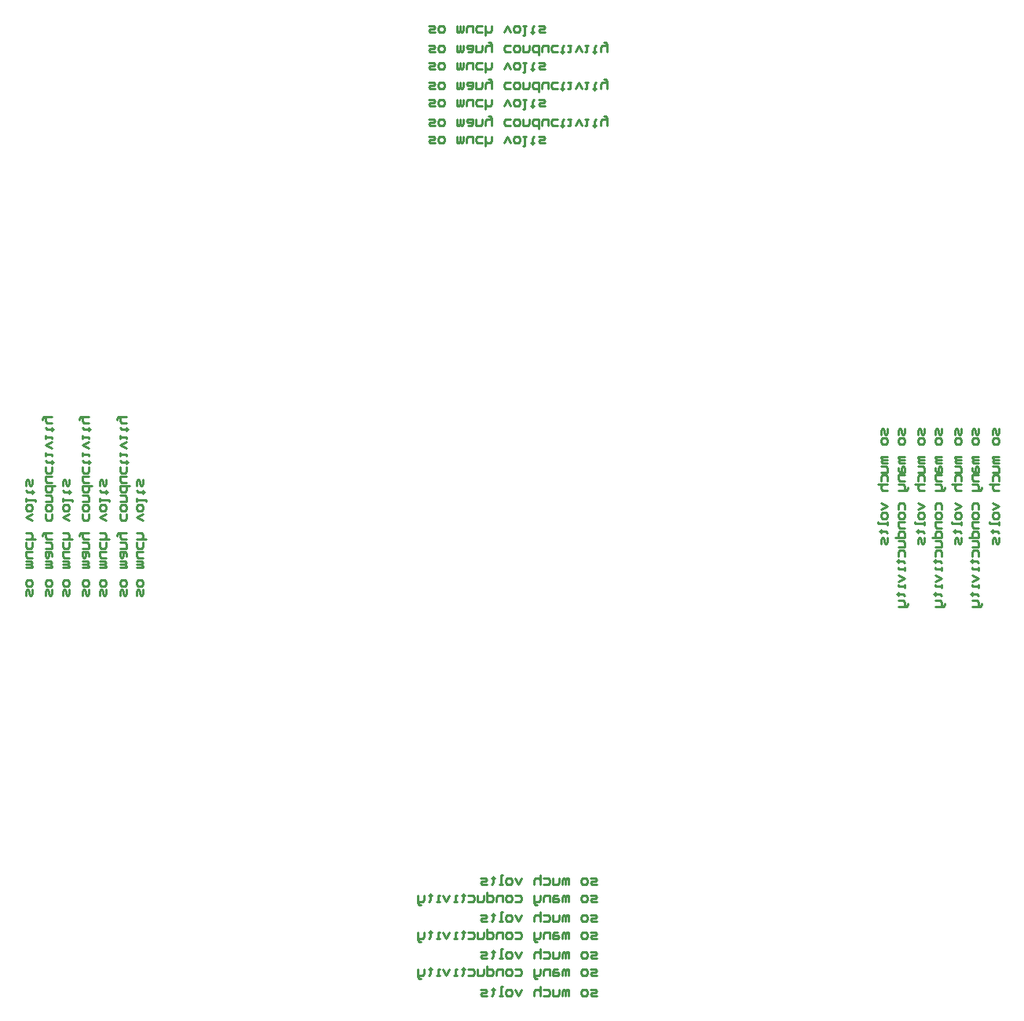
<source format=gbo>
G04 Layer_Color=32896*
%FSTAX25Y25*%
%MOIN*%
G70*
G01*
G75*
%ADD78C,0.01000*%
D78*
X0389Y0628311D02*
X0390999D01*
X0391666Y0627644D01*
X0390999Y0626978D01*
X0389666D01*
X0389Y0626311D01*
X0389666Y0625645D01*
X0391666D01*
X0393665Y0628311D02*
X0394998D01*
X0395665Y0627644D01*
Y0626311D01*
X0394998Y0625645D01*
X0393665D01*
X0392999Y0626311D01*
Y0627644D01*
X0393665Y0628311D01*
X0400996D02*
Y0625645D01*
X0401663D01*
X0402329Y0626311D01*
Y0628311D01*
Y0626311D01*
X0402995Y0625645D01*
X0403662Y0626311D01*
Y0628311D01*
X0404995Y0625645D02*
Y0627644D01*
X0405661Y0628311D01*
X0407661D01*
Y0625645D01*
X0411659D02*
X040966D01*
X0408994Y0626311D01*
Y0627644D01*
X040966Y0628311D01*
X0411659D01*
X0412992Y0624312D02*
Y0628311D01*
Y0626311D01*
X0413659Y0625645D01*
X0414992D01*
X0415658Y0626311D01*
Y0628311D01*
X042099Y0625645D02*
X0422323Y0628311D01*
X0423656Y0625645D01*
X0425655Y0628311D02*
X0426988D01*
X0427654Y0627644D01*
Y0626311D01*
X0426988Y0625645D01*
X0425655D01*
X0424988Y0626311D01*
Y0627644D01*
X0425655Y0628311D01*
X0428987D02*
X043032D01*
X0429654D01*
Y0624312D01*
X0428987D01*
X0432986Y0624978D02*
Y0625645D01*
X0432319D01*
X0433652D01*
X0432986D01*
Y0627644D01*
X0433652Y0628311D01*
X0435652D02*
X0437651D01*
X0438317Y0627644D01*
X0437651Y0626978D01*
X0436318D01*
X0435652Y0626311D01*
X0436318Y0625645D01*
X0438317D01*
X0389Y0635509D02*
X0390999D01*
X0391666Y0634843D01*
X0390999Y0634176D01*
X0389666D01*
X0389Y063351D01*
X0389666Y0632843D01*
X0391666D01*
X0393665Y0635509D02*
X0394998D01*
X0395665Y0634843D01*
Y063351D01*
X0394998Y0632843D01*
X0393665D01*
X0392999Y063351D01*
Y0634843D01*
X0393665Y0635509D01*
X0400996D02*
Y0632843D01*
X0401663D01*
X0402329Y063351D01*
Y0635509D01*
Y063351D01*
X0402995Y0632843D01*
X0403662Y063351D01*
Y0635509D01*
X0405661Y0632843D02*
X0406994D01*
X0407661Y063351D01*
Y0635509D01*
X0405661D01*
X0404995Y0634843D01*
X0405661Y0634176D01*
X0407661D01*
X0408994Y0635509D02*
Y0632843D01*
X0410993D01*
X0411659Y063351D01*
Y0635509D01*
X0412992Y0632843D02*
Y0634843D01*
X0413659Y0635509D01*
X0415658D01*
Y0636175D01*
X0414992Y0636842D01*
X0414325D01*
X0415658Y0635509D02*
Y0632843D01*
X0423656D02*
X0421656D01*
X042099Y063351D01*
Y0634843D01*
X0421656Y0635509D01*
X0423656D01*
X0425655D02*
X0426988D01*
X0427654Y0634843D01*
Y063351D01*
X0426988Y0632843D01*
X0425655D01*
X0424988Y063351D01*
Y0634843D01*
X0425655Y0635509D01*
X0428987D02*
Y0632843D01*
X0430986D01*
X0431653Y063351D01*
Y0635509D01*
X0435652Y063151D02*
Y0635509D01*
X0433652D01*
X0432986Y0634843D01*
Y063351D01*
X0433652Y0632843D01*
X0435652D01*
X0436984D02*
Y0634843D01*
X0437651Y0635509D01*
X043965D01*
Y0632843D01*
X0443649D02*
X044165D01*
X0440983Y063351D01*
Y0634843D01*
X044165Y0635509D01*
X0443649D01*
X0445648Y0632177D02*
Y0632843D01*
X0444982D01*
X0446315D01*
X0445648D01*
Y0634843D01*
X0446315Y0635509D01*
X0448314D02*
X0449647D01*
X0448981D01*
Y0632843D01*
X0448314D01*
X0451647D02*
X0452979Y0635509D01*
X0454312Y0632843D01*
X0455645Y0635509D02*
X0456978D01*
X0456312D01*
Y0632843D01*
X0455645D01*
X0459644Y0632177D02*
Y0632843D01*
X0458977D01*
X046031D01*
X0459644D01*
Y0634843D01*
X046031Y0635509D01*
X046231Y0632843D02*
Y0634843D01*
X0462976Y0635509D01*
X0464976D01*
Y0636175D01*
X0464309Y0636842D01*
X0463643D01*
X0464976Y0635509D02*
Y0632843D01*
X0389Y064404D02*
X0390999D01*
X0391666Y0643374D01*
X0390999Y0642707D01*
X0389666D01*
X0389Y0642041D01*
X0389666Y0641375D01*
X0391666D01*
X0393665Y064404D02*
X0394998D01*
X0395665Y0643374D01*
Y0642041D01*
X0394998Y0641375D01*
X0393665D01*
X0392999Y0642041D01*
Y0643374D01*
X0393665Y064404D01*
X0400996D02*
Y0641375D01*
X0401663D01*
X0402329Y0642041D01*
Y064404D01*
Y0642041D01*
X0402995Y0641375D01*
X0403662Y0642041D01*
Y064404D01*
X0404995Y0641375D02*
Y0643374D01*
X0405661Y064404D01*
X0407661D01*
Y0641375D01*
X0411659D02*
X040966D01*
X0408994Y0642041D01*
Y0643374D01*
X040966Y064404D01*
X0411659D01*
X0412992Y0640042D02*
Y064404D01*
Y0642041D01*
X0413659Y0641375D01*
X0414992D01*
X0415658Y0642041D01*
Y064404D01*
X042099Y0641375D02*
X0422323Y064404D01*
X0423656Y0641375D01*
X0425655Y064404D02*
X0426988D01*
X0427654Y0643374D01*
Y0642041D01*
X0426988Y0641375D01*
X0425655D01*
X0424988Y0642041D01*
Y0643374D01*
X0425655Y064404D01*
X0428987D02*
X043032D01*
X0429654D01*
Y0640042D01*
X0428987D01*
X0432986Y0640708D02*
Y0641375D01*
X0432319D01*
X0433652D01*
X0432986D01*
Y0643374D01*
X0433652Y064404D01*
X0435652D02*
X0437651D01*
X0438317Y0643374D01*
X0437651Y0642707D01*
X0436318D01*
X0435652Y0642041D01*
X0436318Y0641375D01*
X0438317D01*
X0389Y0651239D02*
X0390999D01*
X0391666Y0650572D01*
X0390999Y0649906D01*
X0389666D01*
X0389Y0649239D01*
X0389666Y0648573D01*
X0391666D01*
X0393665Y0651239D02*
X0394998D01*
X0395665Y0650572D01*
Y0649239D01*
X0394998Y0648573D01*
X0393665D01*
X0392999Y0649239D01*
Y0650572D01*
X0393665Y0651239D01*
X0400996D02*
Y0648573D01*
X0401663D01*
X0402329Y0649239D01*
Y0651239D01*
Y0649239D01*
X0402995Y0648573D01*
X0403662Y0649239D01*
Y0651239D01*
X0405661Y0648573D02*
X0406994D01*
X0407661Y0649239D01*
Y0651239D01*
X0405661D01*
X0404995Y0650572D01*
X0405661Y0649906D01*
X0407661D01*
X0408994Y0651239D02*
Y0648573D01*
X0410993D01*
X0411659Y0649239D01*
Y0651239D01*
X0412992Y0648573D02*
Y0650572D01*
X0413659Y0651239D01*
X0415658D01*
Y0651905D01*
X0414992Y0652572D01*
X0414325D01*
X0415658Y0651239D02*
Y0648573D01*
X0423656D02*
X0421656D01*
X042099Y0649239D01*
Y0650572D01*
X0421656Y0651239D01*
X0423656D01*
X0425655D02*
X0426988D01*
X0427654Y0650572D01*
Y0649239D01*
X0426988Y0648573D01*
X0425655D01*
X0424988Y0649239D01*
Y0650572D01*
X0425655Y0651239D01*
X0428987D02*
Y0648573D01*
X0430986D01*
X0431653Y0649239D01*
Y0651239D01*
X0435652Y064724D02*
Y0651239D01*
X0433652D01*
X0432986Y0650572D01*
Y0649239D01*
X0433652Y0648573D01*
X0435652D01*
X0436984D02*
Y0650572D01*
X0437651Y0651239D01*
X043965D01*
Y0648573D01*
X0443649D02*
X044165D01*
X0440983Y0649239D01*
Y0650572D01*
X044165Y0651239D01*
X0443649D01*
X0445648Y0647907D02*
Y0648573D01*
X0444982D01*
X0446315D01*
X0445648D01*
Y0650572D01*
X0446315Y0651239D01*
X0448314D02*
X0449647D01*
X0448981D01*
Y0648573D01*
X0448314D01*
X0451647D02*
X0452979Y0651239D01*
X0454312Y0648573D01*
X0455645Y0651239D02*
X0456978D01*
X0456312D01*
Y0648573D01*
X0455645D01*
X0459644Y0647907D02*
Y0648573D01*
X0458977D01*
X046031D01*
X0459644D01*
Y0650572D01*
X046031Y0651239D01*
X046231Y0648573D02*
Y0650572D01*
X0462976Y0651239D01*
X0464976D01*
Y0651905D01*
X0464309Y0652572D01*
X0463643D01*
X0464976Y0651239D02*
Y0648573D01*
X0389Y065977D02*
X0390999D01*
X0391666Y0659104D01*
X0390999Y0658437D01*
X0389666D01*
X0389Y0657771D01*
X0389666Y0657104D01*
X0391666D01*
X0393665Y065977D02*
X0394998D01*
X0395665Y0659104D01*
Y0657771D01*
X0394998Y0657104D01*
X0393665D01*
X0392999Y0657771D01*
Y0659104D01*
X0393665Y065977D01*
X0400996D02*
Y0657104D01*
X0401663D01*
X0402329Y0657771D01*
Y065977D01*
Y0657771D01*
X0402995Y0657104D01*
X0403662Y0657771D01*
Y065977D01*
X0404995Y0657104D02*
Y0659104D01*
X0405661Y065977D01*
X0407661D01*
Y0657104D01*
X0411659D02*
X040966D01*
X0408994Y0657771D01*
Y0659104D01*
X040966Y065977D01*
X0411659D01*
X0412992Y0655771D02*
Y065977D01*
Y0657771D01*
X0413659Y0657104D01*
X0414992D01*
X0415658Y0657771D01*
Y065977D01*
X042099Y0657104D02*
X0422323Y065977D01*
X0423656Y0657104D01*
X0425655Y065977D02*
X0426988D01*
X0427654Y0659104D01*
Y0657771D01*
X0426988Y0657104D01*
X0425655D01*
X0424988Y0657771D01*
Y0659104D01*
X0425655Y065977D01*
X0428987D02*
X043032D01*
X0429654D01*
Y0655771D01*
X0428987D01*
X0432986Y0656438D02*
Y0657104D01*
X0432319D01*
X0433652D01*
X0432986D01*
Y0659104D01*
X0433652Y065977D01*
X0435652D02*
X0437651D01*
X0438317Y0659104D01*
X0437651Y0658437D01*
X0436318D01*
X0435652Y0657771D01*
X0436318Y0657104D01*
X0438317D01*
X0389Y0666969D02*
X0390999D01*
X0391666Y0666302D01*
X0390999Y0665636D01*
X0389666D01*
X0389Y0664969D01*
X0389666Y0664303D01*
X0391666D01*
X0393665Y0666969D02*
X0394998D01*
X0395665Y0666302D01*
Y0664969D01*
X0394998Y0664303D01*
X0393665D01*
X0392999Y0664969D01*
Y0666302D01*
X0393665Y0666969D01*
X0400996D02*
Y0664303D01*
X0401663D01*
X0402329Y0664969D01*
Y0666969D01*
Y0664969D01*
X0402995Y0664303D01*
X0403662Y0664969D01*
Y0666969D01*
X0405661Y0664303D02*
X0406994D01*
X0407661Y0664969D01*
Y0666969D01*
X0405661D01*
X0404995Y0666302D01*
X0405661Y0665636D01*
X0407661D01*
X0408994Y0666969D02*
Y0664303D01*
X0410993D01*
X0411659Y0664969D01*
Y0666969D01*
X0412992Y0664303D02*
Y0666302D01*
X0413659Y0666969D01*
X0415658D01*
Y0667635D01*
X0414992Y0668302D01*
X0414325D01*
X0415658Y0666969D02*
Y0664303D01*
X0423656D02*
X0421656D01*
X042099Y0664969D01*
Y0666302D01*
X0421656Y0666969D01*
X0423656D01*
X0425655D02*
X0426988D01*
X0427654Y0666302D01*
Y0664969D01*
X0426988Y0664303D01*
X0425655D01*
X0424988Y0664969D01*
Y0666302D01*
X0425655Y0666969D01*
X0428987D02*
Y0664303D01*
X0430986D01*
X0431653Y0664969D01*
Y0666969D01*
X0435652Y066297D02*
Y0666969D01*
X0433652D01*
X0432986Y0666302D01*
Y0664969D01*
X0433652Y0664303D01*
X0435652D01*
X0436984D02*
Y0666302D01*
X0437651Y0666969D01*
X043965D01*
Y0664303D01*
X0443649D02*
X044165D01*
X0440983Y0664969D01*
Y0666302D01*
X044165Y0666969D01*
X0443649D01*
X0445648Y0663636D02*
Y0664303D01*
X0444982D01*
X0446315D01*
X0445648D01*
Y0666302D01*
X0446315Y0666969D01*
X0448314D02*
X0449647D01*
X0448981D01*
Y0664303D01*
X0448314D01*
X0451647D02*
X0452979Y0666969D01*
X0454312Y0664303D01*
X0455645Y0666969D02*
X0456978D01*
X0456312D01*
Y0664303D01*
X0455645D01*
X0459644Y0663636D02*
Y0664303D01*
X0458977D01*
X046031D01*
X0459644D01*
Y0666302D01*
X046031Y0666969D01*
X046231Y0664303D02*
Y0666302D01*
X0462976Y0666969D01*
X0464976D01*
Y0667635D01*
X0464309Y0668302D01*
X0463643D01*
X0464976Y0666969D02*
Y0664303D01*
X0389Y06755D02*
X0390999D01*
X0391666Y0674834D01*
X0390999Y0674167D01*
X0389666D01*
X0389Y0673501D01*
X0389666Y0672834D01*
X0391666D01*
X0393665Y06755D02*
X0394998D01*
X0395665Y0674834D01*
Y0673501D01*
X0394998Y0672834D01*
X0393665D01*
X0392999Y0673501D01*
Y0674834D01*
X0393665Y06755D01*
X0400996D02*
Y0672834D01*
X0401663D01*
X0402329Y0673501D01*
Y06755D01*
Y0673501D01*
X0402995Y0672834D01*
X0403662Y0673501D01*
Y06755D01*
X0404995Y0672834D02*
Y0674834D01*
X0405661Y06755D01*
X0407661D01*
Y0672834D01*
X0411659D02*
X040966D01*
X0408994Y0673501D01*
Y0674834D01*
X040966Y06755D01*
X0411659D01*
X0412992Y0671501D02*
Y06755D01*
Y0673501D01*
X0413659Y0672834D01*
X0414992D01*
X0415658Y0673501D01*
Y06755D01*
X042099Y0672834D02*
X0422323Y06755D01*
X0423656Y0672834D01*
X0425655Y06755D02*
X0426988D01*
X0427654Y0674834D01*
Y0673501D01*
X0426988Y0672834D01*
X0425655D01*
X0424988Y0673501D01*
Y0674834D01*
X0425655Y06755D01*
X0428987D02*
X043032D01*
X0429654D01*
Y0671501D01*
X0428987D01*
X0432986Y0672168D02*
Y0672834D01*
X0432319D01*
X0433652D01*
X0432986D01*
Y0674834D01*
X0433652Y06755D01*
X0435652D02*
X0437651D01*
X0438317Y0674834D01*
X0437651Y0674167D01*
X0436318D01*
X0435652Y0673501D01*
X0436318Y0672834D01*
X0438317D01*
X0265189Y04335D02*
Y0435499D01*
X0265856Y0436166D01*
X0266522Y0435499D01*
Y0434166D01*
X0267189Y04335D01*
X0267855Y0434166D01*
Y0436166D01*
X0265189Y0438165D02*
Y0439498D01*
X0265856Y0440165D01*
X0267189D01*
X0267855Y0439498D01*
Y0438165D01*
X0267189Y0437499D01*
X0265856D01*
X0265189Y0438165D01*
Y0445496D02*
X0267855D01*
Y0446163D01*
X0267189Y0446829D01*
X0265189D01*
X0267189D01*
X0267855Y0447496D01*
X0267189Y0448162D01*
X0265189D01*
X0267855Y0449495D02*
X0265856D01*
X0265189Y0450161D01*
Y0452161D01*
X0267855D01*
Y0456159D02*
Y045416D01*
X0267189Y0453493D01*
X0265856D01*
X0265189Y045416D01*
Y0456159D01*
X0269188Y0457492D02*
X0265189D01*
X0267189D01*
X0267855Y0458159D01*
Y0459492D01*
X0267189Y0460158D01*
X0265189D01*
X0267855Y046549D02*
X0265189Y0466823D01*
X0267855Y0468155D01*
X0265189Y0470155D02*
Y0471488D01*
X0265856Y0472154D01*
X0267189D01*
X0267855Y0471488D01*
Y0470155D01*
X0267189Y0469488D01*
X0265856D01*
X0265189Y0470155D01*
Y0473487D02*
Y047482D01*
Y0474154D01*
X0269188D01*
Y0473487D01*
X0268522Y0477486D02*
X0267855D01*
Y0476819D01*
Y0478152D01*
Y0477486D01*
X0265856D01*
X0265189Y0478152D01*
Y0480152D02*
Y0482151D01*
X0265856Y0482817D01*
X0266522Y0482151D01*
Y0480818D01*
X0267189Y0480152D01*
X0267855Y0480818D01*
Y0482817D01*
X0257991Y04335D02*
Y0435499D01*
X0258657Y0436166D01*
X0259324Y0435499D01*
Y0434166D01*
X025999Y04335D01*
X0260657Y0434166D01*
Y0436166D01*
X0257991Y0438165D02*
Y0439498D01*
X0258657Y0440165D01*
X025999D01*
X0260657Y0439498D01*
Y0438165D01*
X025999Y0437499D01*
X0258657D01*
X0257991Y0438165D01*
Y0445496D02*
X0260657D01*
Y0446163D01*
X025999Y0446829D01*
X0257991D01*
X025999D01*
X0260657Y0447496D01*
X025999Y0448162D01*
X0257991D01*
X0260657Y0450161D02*
Y0451494D01*
X025999Y0452161D01*
X0257991D01*
Y0450161D01*
X0258657Y0449495D01*
X0259324Y0450161D01*
Y0452161D01*
X0257991Y0453493D02*
X0260657D01*
Y0455493D01*
X025999Y0456159D01*
X0257991D01*
X0260657Y0457492D02*
X0258657D01*
X0257991Y0458159D01*
Y0460158D01*
X0257325D01*
X0256658Y0459492D01*
Y0458825D01*
X0257991Y0460158D02*
X0260657D01*
Y0468155D02*
Y0466156D01*
X025999Y046549D01*
X0258657D01*
X0257991Y0466156D01*
Y0468155D01*
Y0470155D02*
Y0471488D01*
X0258657Y0472154D01*
X025999D01*
X0260657Y0471488D01*
Y0470155D01*
X025999Y0469488D01*
X0258657D01*
X0257991Y0470155D01*
Y0473487D02*
X0260657D01*
Y0475486D01*
X025999Y0476153D01*
X0257991D01*
X026199Y0480152D02*
X0257991D01*
Y0478152D01*
X0258657Y0477486D01*
X025999D01*
X0260657Y0478152D01*
Y0480152D01*
Y0481485D02*
X0258657D01*
X0257991Y0482151D01*
Y048415D01*
X0260657D01*
Y0488149D02*
Y048615D01*
X025999Y0485483D01*
X0258657D01*
X0257991Y048615D01*
Y0488149D01*
X0261323Y0490148D02*
X0260657D01*
Y0489482D01*
Y0490815D01*
Y0490148D01*
X0258657D01*
X0257991Y0490815D01*
Y0492814D02*
Y0494147D01*
Y0493481D01*
X0260657D01*
Y0492814D01*
Y0496146D02*
X0257991Y0497479D01*
X0260657Y0498812D01*
X0257991Y0500145D02*
Y0501478D01*
Y0500812D01*
X0260657D01*
Y0500145D01*
X0261323Y0504144D02*
X0260657D01*
Y0503477D01*
Y050481D01*
Y0504144D01*
X0258657D01*
X0257991Y050481D01*
X0260657Y050681D02*
X0258657D01*
X0257991Y0507476D01*
Y0509476D01*
X0257325D01*
X0256658Y0508809D01*
Y0508143D01*
X0257991Y0509476D02*
X0260657D01*
X024946Y04335D02*
Y0435499D01*
X0250126Y0436166D01*
X0250793Y0435499D01*
Y0434166D01*
X0251459Y04335D01*
X0252125Y0434166D01*
Y0436166D01*
X024946Y0438165D02*
Y0439498D01*
X0250126Y0440165D01*
X0251459D01*
X0252125Y0439498D01*
Y0438165D01*
X0251459Y0437499D01*
X0250126D01*
X024946Y0438165D01*
Y0445496D02*
X0252125D01*
Y0446163D01*
X0251459Y0446829D01*
X024946D01*
X0251459D01*
X0252125Y0447496D01*
X0251459Y0448162D01*
X024946D01*
X0252125Y0449495D02*
X0250126D01*
X024946Y0450161D01*
Y0452161D01*
X0252125D01*
Y0456159D02*
Y045416D01*
X0251459Y0453493D01*
X0250126D01*
X024946Y045416D01*
Y0456159D01*
X0253458Y0457492D02*
X024946D01*
X0251459D01*
X0252125Y0458159D01*
Y0459492D01*
X0251459Y0460158D01*
X024946D01*
X0252125Y046549D02*
X024946Y0466823D01*
X0252125Y0468155D01*
X024946Y0470155D02*
Y0471488D01*
X0250126Y0472154D01*
X0251459D01*
X0252125Y0471488D01*
Y0470155D01*
X0251459Y0469488D01*
X0250126D01*
X024946Y0470155D01*
Y0473487D02*
Y047482D01*
Y0474154D01*
X0253458D01*
Y0473487D01*
X0252792Y0477486D02*
X0252125D01*
Y0476819D01*
Y0478152D01*
Y0477486D01*
X0250126D01*
X024946Y0478152D01*
Y0480152D02*
Y0482151D01*
X0250126Y0482817D01*
X0250793Y0482151D01*
Y0480818D01*
X0251459Y0480152D01*
X0252125Y0480818D01*
Y0482817D01*
X0242261Y04335D02*
Y0435499D01*
X0242928Y0436166D01*
X0243594Y0435499D01*
Y0434166D01*
X0244261Y04335D01*
X0244927Y0434166D01*
Y0436166D01*
X0242261Y0438165D02*
Y0439498D01*
X0242928Y0440165D01*
X0244261D01*
X0244927Y0439498D01*
Y0438165D01*
X0244261Y0437499D01*
X0242928D01*
X0242261Y0438165D01*
Y0445496D02*
X0244927D01*
Y0446163D01*
X0244261Y0446829D01*
X0242261D01*
X0244261D01*
X0244927Y0447496D01*
X0244261Y0448162D01*
X0242261D01*
X0244927Y0450161D02*
Y0451494D01*
X0244261Y0452161D01*
X0242261D01*
Y0450161D01*
X0242928Y0449495D01*
X0243594Y0450161D01*
Y0452161D01*
X0242261Y0453493D02*
X0244927D01*
Y0455493D01*
X0244261Y0456159D01*
X0242261D01*
X0244927Y0457492D02*
X0242928D01*
X0242261Y0458159D01*
Y0460158D01*
X0241595D01*
X0240928Y0459492D01*
Y0458825D01*
X0242261Y0460158D02*
X0244927D01*
Y0468155D02*
Y0466156D01*
X0244261Y046549D01*
X0242928D01*
X0242261Y0466156D01*
Y0468155D01*
Y0470155D02*
Y0471488D01*
X0242928Y0472154D01*
X0244261D01*
X0244927Y0471488D01*
Y0470155D01*
X0244261Y0469488D01*
X0242928D01*
X0242261Y0470155D01*
Y0473487D02*
X0244927D01*
Y0475486D01*
X0244261Y0476153D01*
X0242261D01*
X024626Y0480152D02*
X0242261D01*
Y0478152D01*
X0242928Y0477486D01*
X0244261D01*
X0244927Y0478152D01*
Y0480152D01*
Y0481485D02*
X0242928D01*
X0242261Y0482151D01*
Y048415D01*
X0244927D01*
Y0488149D02*
Y048615D01*
X0244261Y0485483D01*
X0242928D01*
X0242261Y048615D01*
Y0488149D01*
X0245593Y0490148D02*
X0244927D01*
Y0489482D01*
Y0490815D01*
Y0490148D01*
X0242928D01*
X0242261Y0490815D01*
Y0492814D02*
Y0494147D01*
Y0493481D01*
X0244927D01*
Y0492814D01*
Y0496146D02*
X0242261Y0497479D01*
X0244927Y0498812D01*
X0242261Y0500145D02*
Y0501478D01*
Y0500812D01*
X0244927D01*
Y0500145D01*
X0245593Y0504144D02*
X0244927D01*
Y0503477D01*
Y050481D01*
Y0504144D01*
X0242928D01*
X0242261Y050481D01*
X0244927Y050681D02*
X0242928D01*
X0242261Y0507476D01*
Y0509476D01*
X0241595D01*
X0240928Y0508809D01*
Y0508143D01*
X0242261Y0509476D02*
X0244927D01*
X023373Y04335D02*
Y0435499D01*
X0234396Y0436166D01*
X0235063Y0435499D01*
Y0434166D01*
X0235729Y04335D01*
X0236396Y0434166D01*
Y0436166D01*
X023373Y0438165D02*
Y0439498D01*
X0234396Y0440165D01*
X0235729D01*
X0236396Y0439498D01*
Y0438165D01*
X0235729Y0437499D01*
X0234396D01*
X023373Y0438165D01*
Y0445496D02*
X0236396D01*
Y0446163D01*
X0235729Y0446829D01*
X023373D01*
X0235729D01*
X0236396Y0447496D01*
X0235729Y0448162D01*
X023373D01*
X0236396Y0449495D02*
X0234396D01*
X023373Y0450161D01*
Y0452161D01*
X0236396D01*
Y0456159D02*
Y045416D01*
X0235729Y0453493D01*
X0234396D01*
X023373Y045416D01*
Y0456159D01*
X0237729Y0457492D02*
X023373D01*
X0235729D01*
X0236396Y0458159D01*
Y0459492D01*
X0235729Y0460158D01*
X023373D01*
X0236396Y046549D02*
X023373Y0466823D01*
X0236396Y0468155D01*
X023373Y0470155D02*
Y0471488D01*
X0234396Y0472154D01*
X0235729D01*
X0236396Y0471488D01*
Y0470155D01*
X0235729Y0469488D01*
X0234396D01*
X023373Y0470155D01*
Y0473487D02*
Y047482D01*
Y0474154D01*
X0237729D01*
Y0473487D01*
X0237062Y0477486D02*
X0236396D01*
Y0476819D01*
Y0478152D01*
Y0477486D01*
X0234396D01*
X023373Y0478152D01*
Y0480152D02*
Y0482151D01*
X0234396Y0482817D01*
X0235063Y0482151D01*
Y0480818D01*
X0235729Y0480152D01*
X0236396Y0480818D01*
Y0482817D01*
X0226531Y04335D02*
Y0435499D01*
X0227198Y0436166D01*
X0227864Y0435499D01*
Y0434166D01*
X0228531Y04335D01*
X0229197Y0434166D01*
Y0436166D01*
X0226531Y0438165D02*
Y0439498D01*
X0227198Y0440165D01*
X0228531D01*
X0229197Y0439498D01*
Y0438165D01*
X0228531Y0437499D01*
X0227198D01*
X0226531Y0438165D01*
Y0445496D02*
X0229197D01*
Y0446163D01*
X0228531Y0446829D01*
X0226531D01*
X0228531D01*
X0229197Y0447496D01*
X0228531Y0448162D01*
X0226531D01*
X0229197Y0450161D02*
Y0451494D01*
X0228531Y0452161D01*
X0226531D01*
Y0450161D01*
X0227198Y0449495D01*
X0227864Y0450161D01*
Y0452161D01*
X0226531Y0453493D02*
X0229197D01*
Y0455493D01*
X0228531Y0456159D01*
X0226531D01*
X0229197Y0457492D02*
X0227198D01*
X0226531Y0458159D01*
Y0460158D01*
X0225865D01*
X0225199Y0459492D01*
Y0458825D01*
X0226531Y0460158D02*
X0229197D01*
Y0468155D02*
Y0466156D01*
X0228531Y046549D01*
X0227198D01*
X0226531Y0466156D01*
Y0468155D01*
Y0470155D02*
Y0471488D01*
X0227198Y0472154D01*
X0228531D01*
X0229197Y0471488D01*
Y0470155D01*
X0228531Y0469488D01*
X0227198D01*
X0226531Y0470155D01*
Y0473487D02*
X0229197D01*
Y0475486D01*
X0228531Y0476153D01*
X0226531D01*
X023053Y0480152D02*
X0226531D01*
Y0478152D01*
X0227198Y0477486D01*
X0228531D01*
X0229197Y0478152D01*
Y0480152D01*
Y0481485D02*
X0227198D01*
X0226531Y0482151D01*
Y048415D01*
X0229197D01*
Y0488149D02*
Y048615D01*
X0228531Y0485483D01*
X0227198D01*
X0226531Y048615D01*
Y0488149D01*
X0229864Y0490148D02*
X0229197D01*
Y0489482D01*
Y0490815D01*
Y0490148D01*
X0227198D01*
X0226531Y0490815D01*
Y0492814D02*
Y0494147D01*
Y0493481D01*
X0229197D01*
Y0492814D01*
Y0496146D02*
X0226531Y0497479D01*
X0229197Y0498812D01*
X0226531Y0500145D02*
Y0501478D01*
Y0500812D01*
X0229197D01*
Y0500145D01*
X0229864Y0504144D02*
X0229197D01*
Y0503477D01*
Y050481D01*
Y0504144D01*
X0227198D01*
X0226531Y050481D01*
X0229197Y050681D02*
X0227198D01*
X0226531Y0507476D01*
Y0509476D01*
X0225865D01*
X0225199Y0508809D01*
Y0508143D01*
X0226531Y0509476D02*
X0229197D01*
X0218Y04335D02*
Y0435499D01*
X0218666Y0436166D01*
X0219333Y0435499D01*
Y0434166D01*
X0219999Y04335D01*
X0220666Y0434166D01*
Y0436166D01*
X0218Y0438165D02*
Y0439498D01*
X0218666Y0440165D01*
X0219999D01*
X0220666Y0439498D01*
Y0438165D01*
X0219999Y0437499D01*
X0218666D01*
X0218Y0438165D01*
Y0445496D02*
X0220666D01*
Y0446163D01*
X0219999Y0446829D01*
X0218D01*
X0219999D01*
X0220666Y0447496D01*
X0219999Y0448162D01*
X0218D01*
X0220666Y0449495D02*
X0218666D01*
X0218Y0450161D01*
Y0452161D01*
X0220666D01*
Y0456159D02*
Y045416D01*
X0219999Y0453493D01*
X0218666D01*
X0218Y045416D01*
Y0456159D01*
X0221999Y0457492D02*
X0218D01*
X0219999D01*
X0220666Y0458159D01*
Y0459492D01*
X0219999Y0460158D01*
X0218D01*
X0220666Y046549D02*
X0218Y0466823D01*
X0220666Y0468155D01*
X0218Y0470155D02*
Y0471488D01*
X0218666Y0472154D01*
X0219999D01*
X0220666Y0471488D01*
Y0470155D01*
X0219999Y0469488D01*
X0218666D01*
X0218Y0470155D01*
Y0473487D02*
Y047482D01*
Y0474154D01*
X0221999D01*
Y0473487D01*
X0221332Y0477486D02*
X0220666D01*
Y0476819D01*
Y0478152D01*
Y0477486D01*
X0218666D01*
X0218Y0478152D01*
Y0480152D02*
Y0482151D01*
X0218666Y0482817D01*
X0219333Y0482151D01*
Y0480818D01*
X0219999Y0480152D01*
X0220666Y0480818D01*
Y0482817D01*
X0583811Y05045D02*
Y0502501D01*
X0583144Y0501834D01*
X0582478Y0502501D01*
Y0503834D01*
X0581811Y05045D01*
X0581145Y0503834D01*
Y0501834D01*
X0583811Y0499835D02*
Y0498502D01*
X0583144Y0497835D01*
X0581811D01*
X0581145Y0498502D01*
Y0499835D01*
X0581811Y0500501D01*
X0583144D01*
X0583811Y0499835D01*
Y0492504D02*
X0581145D01*
Y0491837D01*
X0581811Y0491171D01*
X0583811D01*
X0581811D01*
X0581145Y0490505D01*
X0581811Y0489838D01*
X0583811D01*
X0581145Y0488505D02*
X0583144D01*
X0583811Y0487839D01*
Y0485839D01*
X0581145D01*
Y0481841D02*
Y048384D01*
X0581811Y0484507D01*
X0583144D01*
X0583811Y048384D01*
Y0481841D01*
X0579812Y0480508D02*
X0583811D01*
X0581811D01*
X0581145Y0479841D01*
Y0478508D01*
X0581811Y0477842D01*
X0583811D01*
X0581145Y047251D02*
X0583811Y0471177D01*
X0581145Y0469844D01*
X0583811Y0467845D02*
Y0466512D01*
X0583144Y0465846D01*
X0581811D01*
X0581145Y0466512D01*
Y0467845D01*
X0581811Y0468512D01*
X0583144D01*
X0583811Y0467845D01*
Y0464513D02*
Y046318D01*
Y0463846D01*
X0579812D01*
Y0464513D01*
X0580478Y0460514D02*
X0581145D01*
Y0461181D01*
Y0459848D01*
Y0460514D01*
X0583144D01*
X0583811Y0459848D01*
Y0457848D02*
Y0455849D01*
X0583144Y0455183D01*
X0582478Y0455849D01*
Y0457182D01*
X0581811Y0457848D01*
X0581145Y0457182D01*
Y0455183D01*
X0591009Y05045D02*
Y0502501D01*
X0590343Y0501834D01*
X0589676Y0502501D01*
Y0503834D01*
X058901Y05045D01*
X0588343Y0503834D01*
Y0501834D01*
X0591009Y0499835D02*
Y0498502D01*
X0590343Y0497835D01*
X058901D01*
X0588343Y0498502D01*
Y0499835D01*
X058901Y0500501D01*
X0590343D01*
X0591009Y0499835D01*
Y0492504D02*
X0588343D01*
Y0491837D01*
X058901Y0491171D01*
X0591009D01*
X058901D01*
X0588343Y0490505D01*
X058901Y0489838D01*
X0591009D01*
X0588343Y0487839D02*
Y0486506D01*
X058901Y0485839D01*
X0591009D01*
Y0487839D01*
X0590343Y0488505D01*
X0589676Y0487839D01*
Y0485839D01*
X0591009Y0484507D02*
X0588343D01*
Y0482507D01*
X058901Y0481841D01*
X0591009D01*
X0588343Y0480508D02*
X0590343D01*
X0591009Y0479841D01*
Y0477842D01*
X0591676D01*
X0592342Y0478508D01*
Y0479175D01*
X0591009Y0477842D02*
X0588343D01*
Y0469844D02*
Y0471844D01*
X058901Y047251D01*
X0590343D01*
X0591009Y0471844D01*
Y0469844D01*
Y0467845D02*
Y0466512D01*
X0590343Y0465846D01*
X058901D01*
X0588343Y0466512D01*
Y0467845D01*
X058901Y0468512D01*
X0590343D01*
X0591009Y0467845D01*
Y0464513D02*
X0588343D01*
Y0462514D01*
X058901Y0461847D01*
X0591009D01*
X058701Y0457848D02*
X0591009D01*
Y0459848D01*
X0590343Y0460514D01*
X058901D01*
X0588343Y0459848D01*
Y0457848D01*
Y0456516D02*
X0590343D01*
X0591009Y0455849D01*
Y045385D01*
X0588343D01*
Y0449851D02*
Y045185D01*
X058901Y0452517D01*
X0590343D01*
X0591009Y045185D01*
Y0449851D01*
X0587677Y0447852D02*
X0588343D01*
Y0448518D01*
Y0447185D01*
Y0447852D01*
X0590343D01*
X0591009Y0447185D01*
Y0445186D02*
Y0443853D01*
Y0444519D01*
X0588343D01*
Y0445186D01*
Y0441854D02*
X0591009Y0440521D01*
X0588343Y0439188D01*
X0591009Y0437855D02*
Y0436522D01*
Y0437188D01*
X0588343D01*
Y0437855D01*
X0587677Y0433856D02*
X0588343D01*
Y0434523D01*
Y043319D01*
Y0433856D01*
X0590343D01*
X0591009Y043319D01*
X0588343Y043119D02*
X0590343D01*
X0591009Y0430524D01*
Y0428524D01*
X0591676D01*
X0592342Y0429191D01*
Y0429857D01*
X0591009Y0428524D02*
X0588343D01*
X059954Y05045D02*
Y0502501D01*
X0598874Y0501834D01*
X0598208Y0502501D01*
Y0503834D01*
X0597541Y05045D01*
X0596875Y0503834D01*
Y0501834D01*
X059954Y0499835D02*
Y0498502D01*
X0598874Y0497835D01*
X0597541D01*
X0596875Y0498502D01*
Y0499835D01*
X0597541Y0500501D01*
X0598874D01*
X059954Y0499835D01*
Y0492504D02*
X0596875D01*
Y0491837D01*
X0597541Y0491171D01*
X059954D01*
X0597541D01*
X0596875Y0490505D01*
X0597541Y0489838D01*
X059954D01*
X0596875Y0488505D02*
X0598874D01*
X059954Y0487839D01*
Y0485839D01*
X0596875D01*
Y0481841D02*
Y048384D01*
X0597541Y0484507D01*
X0598874D01*
X059954Y048384D01*
Y0481841D01*
X0595542Y0480508D02*
X059954D01*
X0597541D01*
X0596875Y0479841D01*
Y0478508D01*
X0597541Y0477842D01*
X059954D01*
X0596875Y047251D02*
X059954Y0471177D01*
X0596875Y0469844D01*
X059954Y0467845D02*
Y0466512D01*
X0598874Y0465846D01*
X0597541D01*
X0596875Y0466512D01*
Y0467845D01*
X0597541Y0468512D01*
X0598874D01*
X059954Y0467845D01*
Y0464513D02*
Y046318D01*
Y0463846D01*
X0595542D01*
Y0464513D01*
X0596208Y0460514D02*
X0596875D01*
Y0461181D01*
Y0459848D01*
Y0460514D01*
X0598874D01*
X059954Y0459848D01*
Y0457848D02*
Y0455849D01*
X0598874Y0455183D01*
X0598208Y0455849D01*
Y0457182D01*
X0597541Y0457848D01*
X0596875Y0457182D01*
Y0455183D01*
X0606739Y05045D02*
Y0502501D01*
X0606072Y0501834D01*
X0605406Y0502501D01*
Y0503834D01*
X060474Y05045D01*
X0604073Y0503834D01*
Y0501834D01*
X0606739Y0499835D02*
Y0498502D01*
X0606072Y0497835D01*
X060474D01*
X0604073Y0498502D01*
Y0499835D01*
X060474Y0500501D01*
X0606072D01*
X0606739Y0499835D01*
Y0492504D02*
X0604073D01*
Y0491837D01*
X060474Y0491171D01*
X0606739D01*
X060474D01*
X0604073Y0490505D01*
X060474Y0489838D01*
X0606739D01*
X0604073Y0487839D02*
Y0486506D01*
X060474Y0485839D01*
X0606739D01*
Y0487839D01*
X0606072Y0488505D01*
X0605406Y0487839D01*
Y0485839D01*
X0606739Y0484507D02*
X0604073D01*
Y0482507D01*
X060474Y0481841D01*
X0606739D01*
X0604073Y0480508D02*
X0606072D01*
X0606739Y0479841D01*
Y0477842D01*
X0607405D01*
X0608072Y0478508D01*
Y0479175D01*
X0606739Y0477842D02*
X0604073D01*
Y0469844D02*
Y0471844D01*
X060474Y047251D01*
X0606072D01*
X0606739Y0471844D01*
Y0469844D01*
Y0467845D02*
Y0466512D01*
X0606072Y0465846D01*
X060474D01*
X0604073Y0466512D01*
Y0467845D01*
X060474Y0468512D01*
X0606072D01*
X0606739Y0467845D01*
Y0464513D02*
X0604073D01*
Y0462514D01*
X060474Y0461847D01*
X0606739D01*
X060274Y0457848D02*
X0606739D01*
Y0459848D01*
X0606072Y0460514D01*
X060474D01*
X0604073Y0459848D01*
Y0457848D01*
Y0456516D02*
X0606072D01*
X0606739Y0455849D01*
Y045385D01*
X0604073D01*
Y0449851D02*
Y045185D01*
X060474Y0452517D01*
X0606072D01*
X0606739Y045185D01*
Y0449851D01*
X0603407Y0447852D02*
X0604073D01*
Y0448518D01*
Y0447185D01*
Y0447852D01*
X0606072D01*
X0606739Y0447185D01*
Y0445186D02*
Y0443853D01*
Y0444519D01*
X0604073D01*
Y0445186D01*
Y0441854D02*
X0606739Y0440521D01*
X0604073Y0439188D01*
X0606739Y0437855D02*
Y0436522D01*
Y0437188D01*
X0604073D01*
Y0437855D01*
X0603407Y0433856D02*
X0604073D01*
Y0434523D01*
Y043319D01*
Y0433856D01*
X0606072D01*
X0606739Y043319D01*
X0604073Y043119D02*
X0606072D01*
X0606739Y0430524D01*
Y0428524D01*
X0607405D01*
X0608072Y0429191D01*
Y0429857D01*
X0606739Y0428524D02*
X0604073D01*
X061527Y05045D02*
Y0502501D01*
X0614604Y0501834D01*
X0613937Y0502501D01*
Y0503834D01*
X0613271Y05045D01*
X0612604Y0503834D01*
Y0501834D01*
X061527Y0499835D02*
Y0498502D01*
X0614604Y0497835D01*
X0613271D01*
X0612604Y0498502D01*
Y0499835D01*
X0613271Y0500501D01*
X0614604D01*
X061527Y0499835D01*
Y0492504D02*
X0612604D01*
Y0491837D01*
X0613271Y0491171D01*
X061527D01*
X0613271D01*
X0612604Y0490505D01*
X0613271Y0489838D01*
X061527D01*
X0612604Y0488505D02*
X0614604D01*
X061527Y0487839D01*
Y0485839D01*
X0612604D01*
Y0481841D02*
Y048384D01*
X0613271Y0484507D01*
X0614604D01*
X061527Y048384D01*
Y0481841D01*
X0611271Y0480508D02*
X061527D01*
X0613271D01*
X0612604Y0479841D01*
Y0478508D01*
X0613271Y0477842D01*
X061527D01*
X0612604Y047251D02*
X061527Y0471177D01*
X0612604Y0469844D01*
X061527Y0467845D02*
Y0466512D01*
X0614604Y0465846D01*
X0613271D01*
X0612604Y0466512D01*
Y0467845D01*
X0613271Y0468512D01*
X0614604D01*
X061527Y0467845D01*
Y0464513D02*
Y046318D01*
Y0463846D01*
X0611271D01*
Y0464513D01*
X0611938Y0460514D02*
X0612604D01*
Y0461181D01*
Y0459848D01*
Y0460514D01*
X0614604D01*
X061527Y0459848D01*
Y0457848D02*
Y0455849D01*
X0614604Y0455183D01*
X0613937Y0455849D01*
Y0457182D01*
X0613271Y0457848D01*
X0612604Y0457182D01*
Y0455183D01*
X0622469Y05045D02*
Y0502501D01*
X0621802Y0501834D01*
X0621136Y0502501D01*
Y0503834D01*
X0620469Y05045D01*
X0619803Y0503834D01*
Y0501834D01*
X0622469Y0499835D02*
Y0498502D01*
X0621802Y0497835D01*
X0620469D01*
X0619803Y0498502D01*
Y0499835D01*
X0620469Y0500501D01*
X0621802D01*
X0622469Y0499835D01*
Y0492504D02*
X0619803D01*
Y0491837D01*
X0620469Y0491171D01*
X0622469D01*
X0620469D01*
X0619803Y0490505D01*
X0620469Y0489838D01*
X0622469D01*
X0619803Y0487839D02*
Y0486506D01*
X0620469Y0485839D01*
X0622469D01*
Y0487839D01*
X0621802Y0488505D01*
X0621136Y0487839D01*
Y0485839D01*
X0622469Y0484507D02*
X0619803D01*
Y0482507D01*
X0620469Y0481841D01*
X0622469D01*
X0619803Y0480508D02*
X0621802D01*
X0622469Y0479841D01*
Y0477842D01*
X0623135D01*
X0623802Y0478508D01*
Y0479175D01*
X0622469Y0477842D02*
X0619803D01*
Y0469844D02*
Y0471844D01*
X0620469Y047251D01*
X0621802D01*
X0622469Y0471844D01*
Y0469844D01*
Y0467845D02*
Y0466512D01*
X0621802Y0465846D01*
X0620469D01*
X0619803Y0466512D01*
Y0467845D01*
X0620469Y0468512D01*
X0621802D01*
X0622469Y0467845D01*
Y0464513D02*
X0619803D01*
Y0462514D01*
X0620469Y0461847D01*
X0622469D01*
X061847Y0457848D02*
X0622469D01*
Y0459848D01*
X0621802Y0460514D01*
X0620469D01*
X0619803Y0459848D01*
Y0457848D01*
Y0456516D02*
X0621802D01*
X0622469Y0455849D01*
Y045385D01*
X0619803D01*
Y0449851D02*
Y045185D01*
X0620469Y0452517D01*
X0621802D01*
X0622469Y045185D01*
Y0449851D01*
X0619136Y0447852D02*
X0619803D01*
Y0448518D01*
Y0447185D01*
Y0447852D01*
X0621802D01*
X0622469Y0447185D01*
Y0445186D02*
Y0443853D01*
Y0444519D01*
X0619803D01*
Y0445186D01*
Y0441854D02*
X0622469Y0440521D01*
X0619803Y0439188D01*
X0622469Y0437855D02*
Y0436522D01*
Y0437188D01*
X0619803D01*
Y0437855D01*
X0619136Y0433856D02*
X0619803D01*
Y0434523D01*
Y043319D01*
Y0433856D01*
X0621802D01*
X0622469Y043319D01*
X0619803Y043119D02*
X0621802D01*
X0622469Y0430524D01*
Y0428524D01*
X0623135D01*
X0623802Y0429191D01*
Y0429857D01*
X0622469Y0428524D02*
X0619803D01*
X0631Y05045D02*
Y0502501D01*
X0630334Y0501834D01*
X0629667Y0502501D01*
Y0503834D01*
X0629001Y05045D01*
X0628334Y0503834D01*
Y0501834D01*
X0631Y0499835D02*
Y0498502D01*
X0630334Y0497835D01*
X0629001D01*
X0628334Y0498502D01*
Y0499835D01*
X0629001Y0500501D01*
X0630334D01*
X0631Y0499835D01*
Y0492504D02*
X0628334D01*
Y0491837D01*
X0629001Y0491171D01*
X0631D01*
X0629001D01*
X0628334Y0490505D01*
X0629001Y0489838D01*
X0631D01*
X0628334Y0488505D02*
X0630334D01*
X0631Y0487839D01*
Y0485839D01*
X0628334D01*
Y0481841D02*
Y048384D01*
X0629001Y0484507D01*
X0630334D01*
X0631Y048384D01*
Y0481841D01*
X0627001Y0480508D02*
X0631D01*
X0629001D01*
X0628334Y0479841D01*
Y0478508D01*
X0629001Y0477842D01*
X0631D01*
X0628334Y047251D02*
X0631Y0471177D01*
X0628334Y0469844D01*
X0631Y0467845D02*
Y0466512D01*
X0630334Y0465846D01*
X0629001D01*
X0628334Y0466512D01*
Y0467845D01*
X0629001Y0468512D01*
X0630334D01*
X0631Y0467845D01*
Y0464513D02*
Y046318D01*
Y0463846D01*
X0627001D01*
Y0464513D01*
X0627668Y0460514D02*
X0628334D01*
Y0461181D01*
Y0459848D01*
Y0460514D01*
X0630334D01*
X0631Y0459848D01*
Y0457848D02*
Y0455849D01*
X0630334Y0455183D01*
X0629667Y0455849D01*
Y0457182D01*
X0629001Y0457848D01*
X0628334Y0457182D01*
Y0455183D01*
X04605Y0310689D02*
X0458501D01*
X0457834Y0311356D01*
X0458501Y0312022D01*
X0459834D01*
X04605Y0312689D01*
X0459834Y0313355D01*
X0457834D01*
X0455835Y0310689D02*
X0454502D01*
X0453835Y0311356D01*
Y0312689D01*
X0454502Y0313355D01*
X0455835D01*
X0456501Y0312689D01*
Y0311356D01*
X0455835Y0310689D01*
X0448504D02*
Y0313355D01*
X0447837D01*
X0447171Y0312689D01*
Y0310689D01*
Y0312689D01*
X0446504Y0313355D01*
X0445838Y0312689D01*
Y0310689D01*
X0444505Y0313355D02*
Y0311356D01*
X0443839Y0310689D01*
X0441839D01*
Y0313355D01*
X0437841D02*
X043984D01*
X0440507Y0312689D01*
Y0311356D01*
X043984Y0310689D01*
X0437841D01*
X0436508Y0314688D02*
Y0310689D01*
Y0312689D01*
X0435841Y0313355D01*
X0434508D01*
X0433842Y0312689D01*
Y0310689D01*
X042851Y0313355D02*
X0427177Y0310689D01*
X0425844Y0313355D01*
X0423845Y0310689D02*
X0422512D01*
X0421846Y0311356D01*
Y0312689D01*
X0422512Y0313355D01*
X0423845D01*
X0424512Y0312689D01*
Y0311356D01*
X0423845Y0310689D01*
X0420513D02*
X041918D01*
X0419846D01*
Y0314688D01*
X0420513D01*
X0416514Y0314022D02*
Y0313355D01*
X0417181D01*
X0415848D01*
X0416514D01*
Y0311356D01*
X0415848Y0310689D01*
X0413848D02*
X0411849D01*
X0411183Y0311356D01*
X0411849Y0312022D01*
X0413182D01*
X0413848Y0312689D01*
X0413182Y0313355D01*
X0411183D01*
X04605Y0303491D02*
X0458501D01*
X0457834Y0304157D01*
X0458501Y0304824D01*
X0459834D01*
X04605Y030549D01*
X0459834Y0306157D01*
X0457834D01*
X0455835Y0303491D02*
X0454502D01*
X0453835Y0304157D01*
Y030549D01*
X0454502Y0306157D01*
X0455835D01*
X0456501Y030549D01*
Y0304157D01*
X0455835Y0303491D01*
X0448504D02*
Y0306157D01*
X0447837D01*
X0447171Y030549D01*
Y0303491D01*
Y030549D01*
X0446504Y0306157D01*
X0445838Y030549D01*
Y0303491D01*
X0443839Y0306157D02*
X0442506D01*
X0441839Y030549D01*
Y0303491D01*
X0443839D01*
X0444505Y0304157D01*
X0443839Y0304824D01*
X0441839D01*
X0440507Y0303491D02*
Y0306157D01*
X0438507D01*
X0437841Y030549D01*
Y0303491D01*
X0436508Y0306157D02*
Y0304157D01*
X0435841Y0303491D01*
X0433842D01*
Y0302824D01*
X0434508Y0302158D01*
X0435175D01*
X0433842Y0303491D02*
Y0306157D01*
X0425844D02*
X0427844D01*
X042851Y030549D01*
Y0304157D01*
X0427844Y0303491D01*
X0425844D01*
X0423845D02*
X0422512D01*
X0421846Y0304157D01*
Y030549D01*
X0422512Y0306157D01*
X0423845D01*
X0424512Y030549D01*
Y0304157D01*
X0423845Y0303491D01*
X0420513D02*
Y0306157D01*
X0418514D01*
X0417847Y030549D01*
Y0303491D01*
X0413848Y030749D02*
Y0303491D01*
X0415848D01*
X0416514Y0304157D01*
Y030549D01*
X0415848Y0306157D01*
X0413848D01*
X0412515D02*
Y0304157D01*
X0411849Y0303491D01*
X040985D01*
Y0306157D01*
X0405851D02*
X040785D01*
X0408517Y030549D01*
Y0304157D01*
X040785Y0303491D01*
X0405851D01*
X0403852Y0306823D02*
Y0306157D01*
X0404518D01*
X0403185D01*
X0403852D01*
Y0304157D01*
X0403185Y0303491D01*
X0401186D02*
X0399853D01*
X0400519D01*
Y0306157D01*
X0401186D01*
X0397853D02*
X0396521Y0303491D01*
X0395188Y0306157D01*
X0393855Y0303491D02*
X0392522D01*
X0393188D01*
Y0306157D01*
X0393855D01*
X0389856Y0306823D02*
Y0306157D01*
X0390523D01*
X038919D01*
X0389856D01*
Y0304157D01*
X038919Y0303491D01*
X038719Y0306157D02*
Y0304157D01*
X0386524Y0303491D01*
X0384524D01*
Y0302824D01*
X0385191Y0302158D01*
X0385857D01*
X0384524Y0303491D02*
Y0306157D01*
X04605Y029496D02*
X0458501D01*
X0457834Y0295626D01*
X0458501Y0296292D01*
X0459834D01*
X04605Y0296959D01*
X0459834Y0297625D01*
X0457834D01*
X0455835Y029496D02*
X0454502D01*
X0453835Y0295626D01*
Y0296959D01*
X0454502Y0297625D01*
X0455835D01*
X0456501Y0296959D01*
Y0295626D01*
X0455835Y029496D01*
X0448504D02*
Y0297625D01*
X0447837D01*
X0447171Y0296959D01*
Y029496D01*
Y0296959D01*
X0446504Y0297625D01*
X0445838Y0296959D01*
Y029496D01*
X0444505Y0297625D02*
Y0295626D01*
X0443839Y029496D01*
X0441839D01*
Y0297625D01*
X0437841D02*
X043984D01*
X0440507Y0296959D01*
Y0295626D01*
X043984Y029496D01*
X0437841D01*
X0436508Y0298958D02*
Y029496D01*
Y0296959D01*
X0435841Y0297625D01*
X0434508D01*
X0433842Y0296959D01*
Y029496D01*
X042851Y0297625D02*
X0427177Y029496D01*
X0425844Y0297625D01*
X0423845Y029496D02*
X0422512D01*
X0421846Y0295626D01*
Y0296959D01*
X0422512Y0297625D01*
X0423845D01*
X0424512Y0296959D01*
Y0295626D01*
X0423845Y029496D01*
X0420513D02*
X041918D01*
X0419846D01*
Y0298958D01*
X0420513D01*
X0416514Y0298292D02*
Y0297625D01*
X0417181D01*
X0415848D01*
X0416514D01*
Y0295626D01*
X0415848Y029496D01*
X0413848D02*
X0411849D01*
X0411183Y0295626D01*
X0411849Y0296292D01*
X0413182D01*
X0413848Y0296959D01*
X0413182Y0297625D01*
X0411183D01*
X04605Y0287761D02*
X0458501D01*
X0457834Y0288428D01*
X0458501Y0289094D01*
X0459834D01*
X04605Y028976D01*
X0459834Y0290427D01*
X0457834D01*
X0455835Y0287761D02*
X0454502D01*
X0453835Y0288428D01*
Y028976D01*
X0454502Y0290427D01*
X0455835D01*
X0456501Y028976D01*
Y0288428D01*
X0455835Y0287761D01*
X0448504D02*
Y0290427D01*
X0447837D01*
X0447171Y028976D01*
Y0287761D01*
Y028976D01*
X0446504Y0290427D01*
X0445838Y028976D01*
Y0287761D01*
X0443839Y0290427D02*
X0442506D01*
X0441839Y028976D01*
Y0287761D01*
X0443839D01*
X0444505Y0288428D01*
X0443839Y0289094D01*
X0441839D01*
X0440507Y0287761D02*
Y0290427D01*
X0438507D01*
X0437841Y028976D01*
Y0287761D01*
X0436508Y0290427D02*
Y0288428D01*
X0435841Y0287761D01*
X0433842D01*
Y0287095D01*
X0434508Y0286428D01*
X0435175D01*
X0433842Y0287761D02*
Y0290427D01*
X0425844D02*
X0427844D01*
X042851Y028976D01*
Y0288428D01*
X0427844Y0287761D01*
X0425844D01*
X0423845D02*
X0422512D01*
X0421846Y0288428D01*
Y028976D01*
X0422512Y0290427D01*
X0423845D01*
X0424512Y028976D01*
Y0288428D01*
X0423845Y0287761D01*
X0420513D02*
Y0290427D01*
X0418514D01*
X0417847Y028976D01*
Y0287761D01*
X0413848Y029176D02*
Y0287761D01*
X0415848D01*
X0416514Y0288428D01*
Y028976D01*
X0415848Y0290427D01*
X0413848D01*
X0412515D02*
Y0288428D01*
X0411849Y0287761D01*
X040985D01*
Y0290427D01*
X0405851D02*
X040785D01*
X0408517Y028976D01*
Y0288428D01*
X040785Y0287761D01*
X0405851D01*
X0403852Y0291093D02*
Y0290427D01*
X0404518D01*
X0403185D01*
X0403852D01*
Y0288428D01*
X0403185Y0287761D01*
X0401186D02*
X0399853D01*
X0400519D01*
Y0290427D01*
X0401186D01*
X0397853D02*
X0396521Y0287761D01*
X0395188Y0290427D01*
X0393855Y0287761D02*
X0392522D01*
X0393188D01*
Y0290427D01*
X0393855D01*
X0389856Y0291093D02*
Y0290427D01*
X0390523D01*
X038919D01*
X0389856D01*
Y0288428D01*
X038919Y0287761D01*
X038719Y0290427D02*
Y0288428D01*
X0386524Y0287761D01*
X0384524D01*
Y0287095D01*
X0385191Y0286428D01*
X0385857D01*
X0384524Y0287761D02*
Y0290427D01*
X04605Y027923D02*
X0458501D01*
X0457834Y0279896D01*
X0458501Y0280563D01*
X0459834D01*
X04605Y0281229D01*
X0459834Y0281896D01*
X0457834D01*
X0455835Y027923D02*
X0454502D01*
X0453835Y0279896D01*
Y0281229D01*
X0454502Y0281896D01*
X0455835D01*
X0456501Y0281229D01*
Y0279896D01*
X0455835Y027923D01*
X0448504D02*
Y0281896D01*
X0447837D01*
X0447171Y0281229D01*
Y027923D01*
Y0281229D01*
X0446504Y0281896D01*
X0445838Y0281229D01*
Y027923D01*
X0444505Y0281896D02*
Y0279896D01*
X0443839Y027923D01*
X0441839D01*
Y0281896D01*
X0437841D02*
X043984D01*
X0440507Y0281229D01*
Y0279896D01*
X043984Y027923D01*
X0437841D01*
X0436508Y0283228D02*
Y027923D01*
Y0281229D01*
X0435841Y0281896D01*
X0434508D01*
X0433842Y0281229D01*
Y027923D01*
X042851Y0281896D02*
X0427177Y027923D01*
X0425844Y0281896D01*
X0423845Y027923D02*
X0422512D01*
X0421846Y0279896D01*
Y0281229D01*
X0422512Y0281896D01*
X0423845D01*
X0424512Y0281229D01*
Y0279896D01*
X0423845Y027923D01*
X0420513D02*
X041918D01*
X0419846D01*
Y0283228D01*
X0420513D01*
X0416514Y0282562D02*
Y0281896D01*
X0417181D01*
X0415848D01*
X0416514D01*
Y0279896D01*
X0415848Y027923D01*
X0413848D02*
X0411849D01*
X0411183Y0279896D01*
X0411849Y0280563D01*
X0413182D01*
X0413848Y0281229D01*
X0413182Y0281896D01*
X0411183D01*
X04605Y0272031D02*
X0458501D01*
X0457834Y0272698D01*
X0458501Y0273364D01*
X0459834D01*
X04605Y0274031D01*
X0459834Y0274697D01*
X0457834D01*
X0455835Y0272031D02*
X0454502D01*
X0453835Y0272698D01*
Y0274031D01*
X0454502Y0274697D01*
X0455835D01*
X0456501Y0274031D01*
Y0272698D01*
X0455835Y0272031D01*
X0448504D02*
Y0274697D01*
X0447837D01*
X0447171Y0274031D01*
Y0272031D01*
Y0274031D01*
X0446504Y0274697D01*
X0445838Y0274031D01*
Y0272031D01*
X0443839Y0274697D02*
X0442506D01*
X0441839Y0274031D01*
Y0272031D01*
X0443839D01*
X0444505Y0272698D01*
X0443839Y0273364D01*
X0441839D01*
X0440507Y0272031D02*
Y0274697D01*
X0438507D01*
X0437841Y0274031D01*
Y0272031D01*
X0436508Y0274697D02*
Y0272698D01*
X0435841Y0272031D01*
X0433842D01*
Y0271365D01*
X0434508Y0270698D01*
X0435175D01*
X0433842Y0272031D02*
Y0274697D01*
X0425844D02*
X0427844D01*
X042851Y0274031D01*
Y0272698D01*
X0427844Y0272031D01*
X0425844D01*
X0423845D02*
X0422512D01*
X0421846Y0272698D01*
Y0274031D01*
X0422512Y0274697D01*
X0423845D01*
X0424512Y0274031D01*
Y0272698D01*
X0423845Y0272031D01*
X0420513D02*
Y0274697D01*
X0418514D01*
X0417847Y0274031D01*
Y0272031D01*
X0413848Y027603D02*
Y0272031D01*
X0415848D01*
X0416514Y0272698D01*
Y0274031D01*
X0415848Y0274697D01*
X0413848D01*
X0412515D02*
Y0272698D01*
X0411849Y0272031D01*
X040985D01*
Y0274697D01*
X0405851D02*
X040785D01*
X0408517Y0274031D01*
Y0272698D01*
X040785Y0272031D01*
X0405851D01*
X0403852Y0275364D02*
Y0274697D01*
X0404518D01*
X0403185D01*
X0403852D01*
Y0272698D01*
X0403185Y0272031D01*
X0401186D02*
X0399853D01*
X0400519D01*
Y0274697D01*
X0401186D01*
X0397853D02*
X0396521Y0272031D01*
X0395188Y0274697D01*
X0393855Y0272031D02*
X0392522D01*
X0393188D01*
Y0274697D01*
X0393855D01*
X0389856Y0275364D02*
Y0274697D01*
X0390523D01*
X038919D01*
X0389856D01*
Y0272698D01*
X038919Y0272031D01*
X038719Y0274697D02*
Y0272698D01*
X0386524Y0272031D01*
X0384524D01*
Y0271365D01*
X0385191Y0270698D01*
X0385857D01*
X0384524Y0272031D02*
Y0274697D01*
X04605Y02635D02*
X0458501D01*
X0457834Y0264166D01*
X0458501Y0264833D01*
X0459834D01*
X04605Y0265499D01*
X0459834Y0266166D01*
X0457834D01*
X0455835Y02635D02*
X0454502D01*
X0453835Y0264166D01*
Y0265499D01*
X0454502Y0266166D01*
X0455835D01*
X0456501Y0265499D01*
Y0264166D01*
X0455835Y02635D01*
X0448504D02*
Y0266166D01*
X0447837D01*
X0447171Y0265499D01*
Y02635D01*
Y0265499D01*
X0446504Y0266166D01*
X0445838Y0265499D01*
Y02635D01*
X0444505Y0266166D02*
Y0264166D01*
X0443839Y02635D01*
X0441839D01*
Y0266166D01*
X0437841D02*
X043984D01*
X0440507Y0265499D01*
Y0264166D01*
X043984Y02635D01*
X0437841D01*
X0436508Y0267499D02*
Y02635D01*
Y0265499D01*
X0435841Y0266166D01*
X0434508D01*
X0433842Y0265499D01*
Y02635D01*
X042851Y0266166D02*
X0427177Y02635D01*
X0425844Y0266166D01*
X0423845Y02635D02*
X0422512D01*
X0421846Y0264166D01*
Y0265499D01*
X0422512Y0266166D01*
X0423845D01*
X0424512Y0265499D01*
Y0264166D01*
X0423845Y02635D01*
X0420513D02*
X041918D01*
X0419846D01*
Y0267499D01*
X0420513D01*
X0416514Y0266832D02*
Y0266166D01*
X0417181D01*
X0415848D01*
X0416514D01*
Y0264166D01*
X0415848Y02635D01*
X0413848D02*
X0411849D01*
X0411183Y0264166D01*
X0411849Y0264833D01*
X0413182D01*
X0413848Y0265499D01*
X0413182Y0266166D01*
X0411183D01*
M02*

</source>
